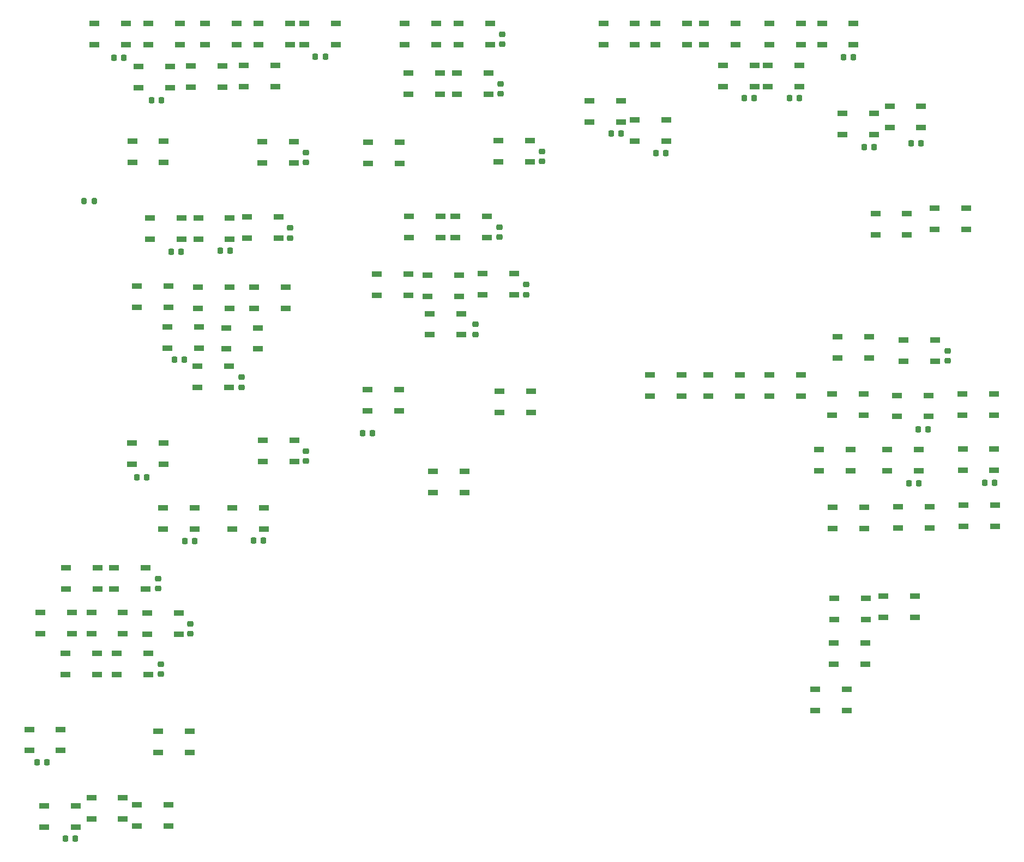
<source format=gbr>
%TF.GenerationSoftware,KiCad,Pcbnew,(6.0.9)*%
%TF.CreationDate,2022-12-26T21:29:22-09:00*%
%TF.ProjectId,PCB_ SELECT JETT PANEL,5043422c-2053-4454-9c45-4354204a4554,rev?*%
%TF.SameCoordinates,Original*%
%TF.FileFunction,Paste,Top*%
%TF.FilePolarity,Positive*%
%FSLAX46Y46*%
G04 Gerber Fmt 4.6, Leading zero omitted, Abs format (unit mm)*
G04 Created by KiCad (PCBNEW (6.0.9)) date 2022-12-26 21:29:22*
%MOMM*%
%LPD*%
G01*
G04 APERTURE LIST*
G04 Aperture macros list*
%AMRoundRect*
0 Rectangle with rounded corners*
0 $1 Rounding radius*
0 $2 $3 $4 $5 $6 $7 $8 $9 X,Y pos of 4 corners*
0 Add a 4 corners polygon primitive as box body*
4,1,4,$2,$3,$4,$5,$6,$7,$8,$9,$2,$3,0*
0 Add four circle primitives for the rounded corners*
1,1,$1+$1,$2,$3*
1,1,$1+$1,$4,$5*
1,1,$1+$1,$6,$7*
1,1,$1+$1,$8,$9*
0 Add four rect primitives between the rounded corners*
20,1,$1+$1,$2,$3,$4,$5,0*
20,1,$1+$1,$4,$5,$6,$7,0*
20,1,$1+$1,$6,$7,$8,$9,0*
20,1,$1+$1,$8,$9,$2,$3,0*%
G04 Aperture macros list end*
%ADD10RoundRect,0.200000X-0.200000X-0.275000X0.200000X-0.275000X0.200000X0.275000X-0.200000X0.275000X0*%
%ADD11R,1.500000X0.900000*%
%ADD12RoundRect,0.225000X-0.225000X-0.250000X0.225000X-0.250000X0.225000X0.250000X-0.225000X0.250000X0*%
%ADD13RoundRect,0.225000X-0.250000X0.225000X-0.250000X-0.225000X0.250000X-0.225000X0.250000X0.225000X0*%
G04 APERTURE END LIST*
D10*
%TO.C,R1*%
X88975000Y-61200000D03*
X90625000Y-61200000D03*
%TD*%
D11*
%TO.C,D81*%
X202550000Y-137050000D03*
X202550000Y-140350000D03*
X207450000Y-140350000D03*
X207450000Y-137050000D03*
%TD*%
%TO.C,D80*%
X205450000Y-129850000D03*
X205450000Y-133150000D03*
X210350000Y-133150000D03*
X210350000Y-129850000D03*
%TD*%
%TO.C,D79*%
X213100000Y-122550000D03*
X213100000Y-125850000D03*
X218000000Y-125850000D03*
X218000000Y-122550000D03*
%TD*%
%TO.C,D78*%
X205500000Y-122850000D03*
X205500000Y-126150000D03*
X210400000Y-126150000D03*
X210400000Y-122850000D03*
%TD*%
%TO.C,D77*%
X225550000Y-108450000D03*
X225550000Y-111750000D03*
X230450000Y-111750000D03*
X230450000Y-108450000D03*
%TD*%
%TO.C,D76*%
X215450000Y-108650000D03*
X215450000Y-111950000D03*
X220350000Y-111950000D03*
X220350000Y-108650000D03*
%TD*%
%TO.C,D75*%
X205250000Y-108750000D03*
X205250000Y-112050000D03*
X210150000Y-112050000D03*
X210150000Y-108750000D03*
%TD*%
%TO.C,D74*%
X225450000Y-99650000D03*
X225450000Y-102950000D03*
X230350000Y-102950000D03*
X230350000Y-99650000D03*
%TD*%
%TO.C,D73*%
X213750000Y-99750000D03*
X213750000Y-103050000D03*
X218650000Y-103050000D03*
X218650000Y-99750000D03*
%TD*%
%TO.C,D72*%
X203150000Y-99750000D03*
X203150000Y-103050000D03*
X208050000Y-103050000D03*
X208050000Y-99750000D03*
%TD*%
%TO.C,D71*%
X225400000Y-91150000D03*
X225400000Y-94450000D03*
X230300000Y-94450000D03*
X230300000Y-91150000D03*
%TD*%
%TO.C,D70*%
X215250000Y-91350000D03*
X215250000Y-94650000D03*
X220150000Y-94650000D03*
X220150000Y-91350000D03*
%TD*%
%TO.C,D69*%
X205150000Y-91150000D03*
X205150000Y-94450000D03*
X210050000Y-94450000D03*
X210050000Y-91150000D03*
%TD*%
%TO.C,D68*%
X195450000Y-88150000D03*
X195450000Y-91450000D03*
X200350000Y-91450000D03*
X200350000Y-88150000D03*
%TD*%
%TO.C,D67*%
X185950000Y-88150000D03*
X185950000Y-91450000D03*
X190850000Y-91450000D03*
X190850000Y-88150000D03*
%TD*%
%TO.C,D66*%
X176900000Y-88150000D03*
X176900000Y-91450000D03*
X181800000Y-91450000D03*
X181800000Y-88150000D03*
%TD*%
%TO.C,D65*%
X216250000Y-82750000D03*
X216250000Y-86050000D03*
X221150000Y-86050000D03*
X221150000Y-82750000D03*
%TD*%
%TO.C,D64*%
X206050000Y-82250000D03*
X206050000Y-85550000D03*
X210950000Y-85550000D03*
X210950000Y-82250000D03*
%TD*%
%TO.C,D63*%
X221100000Y-62250000D03*
X221100000Y-65550000D03*
X226000000Y-65550000D03*
X226000000Y-62250000D03*
%TD*%
%TO.C,D62*%
X211900000Y-63150000D03*
X211900000Y-66450000D03*
X216800000Y-66450000D03*
X216800000Y-63150000D03*
%TD*%
%TO.C,D61*%
X214100000Y-46450000D03*
X214100000Y-49750000D03*
X219000000Y-49750000D03*
X219000000Y-46450000D03*
%TD*%
%TO.C,D60*%
X206750000Y-47550000D03*
X206750000Y-50850000D03*
X211650000Y-50850000D03*
X211650000Y-47550000D03*
%TD*%
%TO.C,D59*%
X174500000Y-48550000D03*
X174500000Y-51850000D03*
X179400000Y-51850000D03*
X179400000Y-48550000D03*
%TD*%
%TO.C,D58*%
X167500000Y-45550000D03*
X167500000Y-48850000D03*
X172400000Y-48850000D03*
X172400000Y-45550000D03*
%TD*%
%TO.C,D57*%
X195200000Y-40050000D03*
X195200000Y-43350000D03*
X200100000Y-43350000D03*
X200100000Y-40050000D03*
%TD*%
%TO.C,D56*%
X188200000Y-40050000D03*
X188200000Y-43350000D03*
X193100000Y-43350000D03*
X193100000Y-40050000D03*
%TD*%
%TO.C,D55*%
X203600000Y-33550000D03*
X203600000Y-36850000D03*
X208500000Y-36850000D03*
X208500000Y-33550000D03*
%TD*%
%TO.C,D54*%
X195450000Y-33550000D03*
X195450000Y-36850000D03*
X200350000Y-36850000D03*
X200350000Y-33550000D03*
%TD*%
%TO.C,D53*%
X185300000Y-33550000D03*
X185300000Y-36850000D03*
X190200000Y-36850000D03*
X190200000Y-33550000D03*
%TD*%
%TO.C,D52*%
X177750000Y-33550000D03*
X177750000Y-36850000D03*
X182650000Y-36850000D03*
X182650000Y-33550000D03*
%TD*%
%TO.C,D51*%
X169650000Y-33550000D03*
X169650000Y-36850000D03*
X174550000Y-36850000D03*
X174550000Y-33550000D03*
%TD*%
%TO.C,D50*%
X133000000Y-90450000D03*
X133000000Y-93750000D03*
X137900000Y-93750000D03*
X137900000Y-90450000D03*
%TD*%
%TO.C,D49*%
X143200000Y-103150000D03*
X143200000Y-106450000D03*
X148100000Y-106450000D03*
X148100000Y-103150000D03*
%TD*%
%TO.C,D48*%
X153500000Y-90750000D03*
X153500000Y-94050000D03*
X158400000Y-94050000D03*
X158400000Y-90750000D03*
%TD*%
%TO.C,D47*%
X142700000Y-78650000D03*
X142700000Y-81950000D03*
X147600000Y-81950000D03*
X147600000Y-78650000D03*
%TD*%
%TO.C,D46*%
X150900000Y-72450000D03*
X150900000Y-75750000D03*
X155800000Y-75750000D03*
X155800000Y-72450000D03*
%TD*%
%TO.C,D45*%
X142350000Y-72650000D03*
X142350000Y-75950000D03*
X147250000Y-75950000D03*
X147250000Y-72650000D03*
%TD*%
%TO.C,D44*%
X134450000Y-72550000D03*
X134450000Y-75850000D03*
X139350000Y-75850000D03*
X139350000Y-72550000D03*
%TD*%
%TO.C,D43*%
X133100000Y-52050000D03*
X133100000Y-55350000D03*
X138000000Y-55350000D03*
X138000000Y-52050000D03*
%TD*%
%TO.C,D42*%
X139500000Y-63550000D03*
X139500000Y-66850000D03*
X144400000Y-66850000D03*
X144400000Y-63550000D03*
%TD*%
%TO.C,D41*%
X146700000Y-63550000D03*
X146700000Y-66850000D03*
X151600000Y-66850000D03*
X151600000Y-63550000D03*
%TD*%
%TO.C,D40*%
X153350000Y-51750000D03*
X153350000Y-55050000D03*
X158250000Y-55050000D03*
X158250000Y-51750000D03*
%TD*%
%TO.C,D39*%
X146950000Y-41250000D03*
X146950000Y-44550000D03*
X151850000Y-44550000D03*
X151850000Y-41250000D03*
%TD*%
%TO.C,D38*%
X139400000Y-41250000D03*
X139400000Y-44550000D03*
X144300000Y-44550000D03*
X144300000Y-41250000D03*
%TD*%
%TO.C,D37*%
X147150000Y-33550000D03*
X147150000Y-36850000D03*
X152050000Y-36850000D03*
X152050000Y-33550000D03*
%TD*%
%TO.C,D36*%
X138800000Y-33550000D03*
X138800000Y-36850000D03*
X143700000Y-36850000D03*
X143700000Y-33550000D03*
%TD*%
%TO.C,D35*%
X80500000Y-143250000D03*
X80500000Y-146550000D03*
X85400000Y-146550000D03*
X85400000Y-143250000D03*
%TD*%
%TO.C,D34*%
X82800000Y-155150000D03*
X82800000Y-158450000D03*
X87700000Y-158450000D03*
X87700000Y-155150000D03*
%TD*%
%TO.C,D33*%
X90150000Y-153850000D03*
X90150000Y-157150000D03*
X95050000Y-157150000D03*
X95050000Y-153850000D03*
%TD*%
%TO.C,D32*%
X97200000Y-154950000D03*
X97200000Y-158250000D03*
X102100000Y-158250000D03*
X102100000Y-154950000D03*
%TD*%
%TO.C,D31*%
X100500000Y-143550000D03*
X100500000Y-146850000D03*
X105400000Y-146850000D03*
X105400000Y-143550000D03*
%TD*%
%TO.C,D30*%
X94100000Y-131450000D03*
X94100000Y-134750000D03*
X99000000Y-134750000D03*
X99000000Y-131450000D03*
%TD*%
%TO.C,D29*%
X86100000Y-131450000D03*
X86100000Y-134750000D03*
X91000000Y-134750000D03*
X91000000Y-131450000D03*
%TD*%
%TO.C,D28*%
X98800000Y-125150000D03*
X98800000Y-128450000D03*
X103700000Y-128450000D03*
X103700000Y-125150000D03*
%TD*%
%TO.C,D27*%
X90150000Y-125050000D03*
X90150000Y-128350000D03*
X95050000Y-128350000D03*
X95050000Y-125050000D03*
%TD*%
%TO.C,D26*%
X82200000Y-125050000D03*
X82200000Y-128350000D03*
X87100000Y-128350000D03*
X87100000Y-125050000D03*
%TD*%
%TO.C,D25*%
X93700000Y-118150000D03*
X93700000Y-121450000D03*
X98600000Y-121450000D03*
X98600000Y-118150000D03*
%TD*%
%TO.C,D24*%
X86200000Y-118150000D03*
X86200000Y-121450000D03*
X91100000Y-121450000D03*
X91100000Y-118150000D03*
%TD*%
%TO.C,D23*%
X96450000Y-98750000D03*
X96450000Y-102050000D03*
X101350000Y-102050000D03*
X101350000Y-98750000D03*
%TD*%
%TO.C,D22*%
X101300000Y-108850000D03*
X101300000Y-112150000D03*
X106200000Y-112150000D03*
X106200000Y-108850000D03*
%TD*%
%TO.C,D21*%
X112000000Y-108850000D03*
X112000000Y-112150000D03*
X116900000Y-112150000D03*
X116900000Y-108850000D03*
%TD*%
%TO.C,D20*%
X116800000Y-98350000D03*
X116800000Y-101650000D03*
X121700000Y-101650000D03*
X121700000Y-98350000D03*
%TD*%
%TO.C,D19*%
X106600000Y-86850000D03*
X106600000Y-90150000D03*
X111500000Y-90150000D03*
X111500000Y-86850000D03*
%TD*%
%TO.C,D18*%
X111100000Y-80850000D03*
X111100000Y-84150000D03*
X116000000Y-84150000D03*
X116000000Y-80850000D03*
%TD*%
%TO.C,D17*%
X101950000Y-80750000D03*
X101950000Y-84050000D03*
X106850000Y-84050000D03*
X106850000Y-80750000D03*
%TD*%
%TO.C,D16*%
X115450000Y-74550000D03*
X115450000Y-77850000D03*
X120350000Y-77850000D03*
X120350000Y-74550000D03*
%TD*%
%TO.C,D15*%
X106700000Y-74550000D03*
X106700000Y-77850000D03*
X111600000Y-77850000D03*
X111600000Y-74550000D03*
%TD*%
%TO.C,D14*%
X97200000Y-74350000D03*
X97200000Y-77650000D03*
X102100000Y-77650000D03*
X102100000Y-74350000D03*
%TD*%
%TO.C,D13*%
X96500000Y-51850000D03*
X96500000Y-55150000D03*
X101400000Y-55150000D03*
X101400000Y-51850000D03*
%TD*%
%TO.C,D12*%
X99250000Y-63750000D03*
X99250000Y-67050000D03*
X104150000Y-67050000D03*
X104150000Y-63750000D03*
%TD*%
%TO.C,D11*%
X106750000Y-63750000D03*
X106750000Y-67050000D03*
X111650000Y-67050000D03*
X111650000Y-63750000D03*
%TD*%
%TO.C,D10*%
X114300000Y-63650000D03*
X114300000Y-66950000D03*
X119200000Y-66950000D03*
X119200000Y-63650000D03*
%TD*%
%TO.C,D9*%
X116700000Y-51950000D03*
X116700000Y-55250000D03*
X121600000Y-55250000D03*
X121600000Y-51950000D03*
%TD*%
%TO.C,D8*%
X113850000Y-40050000D03*
X113850000Y-43350000D03*
X118750000Y-43350000D03*
X118750000Y-40050000D03*
%TD*%
%TO.C,D7*%
X105600000Y-40150000D03*
X105600000Y-43450000D03*
X110500000Y-43450000D03*
X110500000Y-40150000D03*
%TD*%
%TO.C,D6*%
X97500000Y-40250000D03*
X97500000Y-43550000D03*
X102400000Y-43550000D03*
X102400000Y-40250000D03*
%TD*%
%TO.C,D5*%
X123200000Y-33550000D03*
X123200000Y-36850000D03*
X128100000Y-36850000D03*
X128100000Y-33550000D03*
%TD*%
%TO.C,D4*%
X116100000Y-33550000D03*
X116100000Y-36850000D03*
X121000000Y-36850000D03*
X121000000Y-33550000D03*
%TD*%
%TO.C,D3*%
X107800000Y-33550000D03*
X107800000Y-36850000D03*
X112700000Y-36850000D03*
X112700000Y-33550000D03*
%TD*%
%TO.C,D2*%
X99000000Y-33550000D03*
X99000000Y-36850000D03*
X103900000Y-36850000D03*
X103900000Y-33550000D03*
%TD*%
%TO.C,D1*%
X90600000Y-33550000D03*
X90600000Y-36850000D03*
X95500000Y-36850000D03*
X95500000Y-33550000D03*
%TD*%
D12*
%TO.C,C37*%
X228837000Y-104900000D03*
X230387000Y-104900000D03*
%TD*%
%TO.C,C36*%
X217113000Y-105000000D03*
X218663000Y-105000000D03*
%TD*%
%TO.C,C35*%
X218537000Y-96600000D03*
X220087000Y-96600000D03*
%TD*%
D13*
%TO.C,C34*%
X223100000Y-84437500D03*
X223100000Y-85987500D03*
%TD*%
D12*
%TO.C,C33*%
X217437000Y-52200000D03*
X218987000Y-52200000D03*
%TD*%
%TO.C,C32*%
X210137000Y-52800000D03*
X211687000Y-52800000D03*
%TD*%
%TO.C,C31*%
X191537000Y-45200000D03*
X193087000Y-45200000D03*
%TD*%
%TO.C,C30*%
X198537000Y-45200000D03*
X200087000Y-45200000D03*
%TD*%
%TO.C,C29*%
X206937000Y-38800000D03*
X208487000Y-38800000D03*
%TD*%
%TO.C,C28*%
X170837000Y-50700000D03*
X172387000Y-50700000D03*
%TD*%
%TO.C,C27*%
X177825000Y-53700000D03*
X179375000Y-53700000D03*
%TD*%
D13*
%TO.C,C26*%
X153900000Y-35237500D03*
X153900000Y-36787500D03*
%TD*%
%TO.C,C25*%
X153700000Y-42937500D03*
X153700000Y-44487500D03*
%TD*%
%TO.C,C24*%
X153500000Y-65237500D03*
X153500000Y-66787500D03*
%TD*%
%TO.C,C23*%
X160100000Y-53437500D03*
X160100000Y-54987500D03*
%TD*%
%TO.C,C22*%
X157700000Y-74137500D03*
X157700000Y-75687500D03*
%TD*%
D12*
%TO.C,C21*%
X132237000Y-97200000D03*
X133787000Y-97200000D03*
%TD*%
D13*
%TO.C,C20*%
X149800000Y-80337500D03*
X149800000Y-81887500D03*
%TD*%
D12*
%TO.C,C19*%
X86137500Y-160200000D03*
X87687500Y-160200000D03*
%TD*%
%TO.C,C18*%
X81725000Y-148400000D03*
X83275000Y-148400000D03*
%TD*%
D13*
%TO.C,C17*%
X100900000Y-133137000D03*
X100900000Y-134687000D03*
%TD*%
%TO.C,C16*%
X105500000Y-126837000D03*
X105500000Y-128387000D03*
%TD*%
%TO.C,C15*%
X100500000Y-119837000D03*
X100500000Y-121387000D03*
%TD*%
D12*
%TO.C,C14*%
X115313000Y-113900000D03*
X116863000Y-113900000D03*
%TD*%
%TO.C,C13*%
X104637000Y-114000000D03*
X106187000Y-114000000D03*
%TD*%
D13*
%TO.C,C12*%
X123500000Y-100037000D03*
X123500000Y-101587000D03*
%TD*%
D12*
%TO.C,C11*%
X103037000Y-85800000D03*
X104587000Y-85800000D03*
%TD*%
D13*
%TO.C,C10*%
X113500000Y-88537500D03*
X113500000Y-90087500D03*
%TD*%
D12*
%TO.C,C9*%
X97225000Y-104100000D03*
X98775000Y-104100000D03*
%TD*%
%TO.C,C8*%
X102537000Y-69000000D03*
X104087000Y-69000000D03*
%TD*%
%TO.C,C7*%
X110137000Y-68900000D03*
X111687000Y-68900000D03*
%TD*%
D13*
%TO.C,C6*%
X121000000Y-65337500D03*
X121000000Y-66887500D03*
%TD*%
%TO.C,C5*%
X123500000Y-53637500D03*
X123500000Y-55187500D03*
%TD*%
D12*
%TO.C,C4*%
X124937000Y-38700000D03*
X126487000Y-38700000D03*
%TD*%
%TO.C,C3*%
X99513000Y-45500000D03*
X101063000Y-45500000D03*
%TD*%
%TO.C,C2*%
X93637500Y-38900000D03*
X95187500Y-38900000D03*
%TD*%
M02*

</source>
